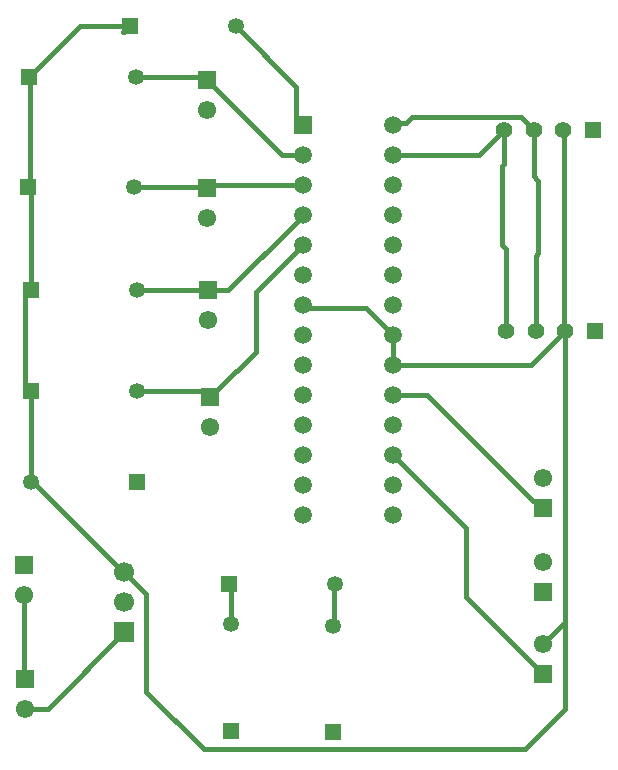
<source format=gtl>
G04*
G04 #@! TF.GenerationSoftware,Altium Limited,Altium Designer,22.1.2 (22)*
G04*
G04 Layer_Physical_Order=1*
G04 Layer_Color=255*
%FSLAX43Y43*%
%MOMM*%
G71*
G04*
G04 #@! TF.SameCoordinates,C0918504-A1FE-4B7F-BD87-C0AB04C77FA1*
G04*
G04*
G04 #@! TF.FilePolarity,Positive*
G04*
G01*
G75*
%ADD25C,0.381*%
%ADD26R,1.550X1.550*%
%ADD27C,1.550*%
%ADD28R,1.500X1.500*%
%ADD29C,1.500*%
%ADD30R,1.350X1.350*%
%ADD31C,1.350*%
%ADD32C,1.700*%
%ADD33R,1.700X1.700*%
%ADD34R,1.350X1.350*%
%ADD35C,1.400*%
%ADD36R,1.400X1.400*%
D25*
X37035Y55704D02*
X46277D01*
X47371Y54610D01*
X36536Y55205D02*
X37035Y55704D01*
X35433Y54991D02*
X35647Y55205D01*
X36536D01*
X35433Y52070D02*
X35814Y52451D01*
X42712D02*
X44871Y54610D01*
X35814Y52451D02*
X42712D01*
X47371Y50673D02*
Y54610D01*
Y50673D02*
X47752Y50292D01*
X35433Y52070D02*
Y52451D01*
X4644Y59055D02*
X4699Y59000D01*
Y49966D02*
Y59000D01*
X4517Y49784D02*
X4699Y49966D01*
X4318Y32512D02*
Y40568D01*
X4548Y49784D02*
X4771Y49561D01*
Y41021D02*
Y49561D01*
X4517Y49784D02*
X4548D01*
X4318Y40568D02*
X4771Y41021D01*
X4318Y32512D02*
X4771D01*
X4572Y24892D02*
X4771Y25091D01*
Y32512D01*
X4699Y24765D02*
X4771D01*
X4572Y24892D02*
X4699Y24765D01*
X13771Y32512D02*
X19431D01*
X19939Y32004D01*
X19558Y41021D02*
X19812Y40767D01*
X13771Y41021D02*
X19558D01*
X19812Y40767D02*
Y41021D01*
X19177Y49784D02*
X19558Y49403D01*
X13517Y49784D02*
X19177D01*
X19558Y49403D02*
X19685Y49530D01*
Y49657D01*
X19304Y59055D02*
X19431Y59182D01*
X13644Y59055D02*
X19304D01*
X19685Y58801D02*
Y58928D01*
X19431Y59182D02*
X19685Y58928D01*
X8962Y63373D02*
X13153D01*
X4644Y59055D02*
X8962Y63373D01*
X27559Y55245D02*
X28067D01*
X22153Y63373D02*
X27253Y58272D01*
Y55550D02*
X27559Y55245D01*
X27253Y55550D02*
Y58272D01*
X27813Y54991D02*
X28067Y55245D01*
X19685Y58801D02*
X26035Y52451D01*
X27813D01*
X19939Y49911D02*
X27813D01*
X19685Y49657D02*
X19939Y49911D01*
X27447Y47005D02*
Y47356D01*
X21463Y41021D02*
X27447Y47005D01*
X27432Y47371D02*
X27447Y47356D01*
X19812Y41021D02*
X21463D01*
X27432Y47371D02*
X27813D01*
X22136Y34201D02*
X22263D01*
X19939Y32004D02*
X22136Y34201D01*
X22263D02*
X23876Y35814D01*
Y40894D01*
X27813Y44831D01*
X27686Y40132D02*
X27813Y40005D01*
Y39751D02*
Y40005D01*
X35433Y34671D02*
X47117D01*
X50038Y37592D01*
X38354Y32131D02*
X47294Y23191D01*
X35433Y32131D02*
X38354D01*
X35433Y34671D02*
Y37211D01*
X28330Y39537D02*
X28370Y39497D01*
X33147D01*
X35433Y37211D01*
X27813Y39497D02*
X27853Y39537D01*
X28330D01*
X27813Y39497D02*
Y39751D01*
X47752Y22733D02*
Y22987D01*
X47549Y23191D02*
X47752Y22987D01*
X47294Y23191D02*
X47549D01*
X47752Y22733D02*
X47879Y22606D01*
X48133D01*
X35433Y27051D02*
X41598Y20886D01*
Y15044D02*
Y20886D01*
Y15044D02*
X47625Y9017D01*
Y8636D02*
Y9017D01*
X47752Y8509D02*
X48133D01*
X47625Y8636D02*
X47752Y8509D01*
X4191Y8255D02*
Y15240D01*
Y8255D02*
X4318Y8128D01*
X4771Y24765D02*
X4925D01*
X4318Y5588D02*
X6223D01*
X4925Y24765D02*
X12545Y17145D01*
X6223Y5588D02*
X12700Y12065D01*
X12545Y17145D02*
X12700D01*
X14564Y15281D01*
Y6995D02*
Y15281D01*
Y6995D02*
X19400Y2159D01*
X21717Y12755D02*
Y15947D01*
X30353Y12628D02*
X30535D01*
X30444Y12863D02*
Y16038D01*
X30535Y16129D01*
X30444Y12863D02*
X30607Y12700D01*
X30535Y12628D02*
X30607Y12700D01*
X19400Y2159D02*
X46609D01*
X50038Y5588D01*
X48133Y11049D02*
X50038Y12954D01*
Y5588D02*
Y12954D01*
Y37592D01*
X12597Y62889D02*
X12668D01*
X13153Y63373D01*
X44704Y44882D02*
X45038Y44548D01*
Y37592D02*
Y44548D01*
X47538Y37592D02*
Y43973D01*
X47752Y44187D01*
Y50292D01*
X49954Y38063D02*
Y54527D01*
X50038Y37592D02*
Y37713D01*
X49954Y38063D02*
X50171Y37846D01*
X50038Y37713D02*
X50171Y37846D01*
X44704Y44882D02*
Y51562D01*
X44871Y51729D01*
Y54610D01*
X49871D02*
X49954Y54527D01*
D26*
X19939Y32004D02*
D03*
X4191Y17780D02*
D03*
X4318Y8128D02*
D03*
X19685Y58801D02*
D03*
X48133Y8509D02*
D03*
Y15494D02*
D03*
Y22606D02*
D03*
X19812Y41021D02*
D03*
X19685Y49657D02*
D03*
D27*
X19939Y29464D02*
D03*
X4191Y15240D02*
D03*
X4318Y5588D02*
D03*
X19685Y56261D02*
D03*
X48133Y11049D02*
D03*
Y18034D02*
D03*
Y25146D02*
D03*
X19812Y38481D02*
D03*
X19685Y47117D02*
D03*
D28*
X27813Y54991D02*
D03*
D29*
Y52451D02*
D03*
Y49911D02*
D03*
Y47371D02*
D03*
Y44831D02*
D03*
Y42291D02*
D03*
Y39751D02*
D03*
Y37211D02*
D03*
Y34671D02*
D03*
Y32131D02*
D03*
Y29591D02*
D03*
Y27051D02*
D03*
Y24511D02*
D03*
Y21971D02*
D03*
X35433Y54991D02*
D03*
Y52451D02*
D03*
Y49911D02*
D03*
Y47371D02*
D03*
Y44831D02*
D03*
Y42291D02*
D03*
Y39751D02*
D03*
Y37211D02*
D03*
Y34671D02*
D03*
Y32131D02*
D03*
Y29591D02*
D03*
Y27051D02*
D03*
Y24511D02*
D03*
Y21971D02*
D03*
D30*
X13153Y63373D02*
D03*
X13771Y24765D02*
D03*
X4644Y59055D02*
D03*
X21535Y16129D02*
D03*
X4517Y49784D02*
D03*
X4771Y41021D02*
D03*
Y32512D02*
D03*
D31*
X22153Y63373D02*
D03*
X4771Y24765D02*
D03*
X13644Y59055D02*
D03*
X30535Y16129D02*
D03*
X21717Y12755D02*
D03*
X30353Y12628D02*
D03*
X13517Y49784D02*
D03*
X13771Y41021D02*
D03*
Y32512D02*
D03*
D32*
X12700Y17145D02*
D03*
Y14605D02*
D03*
D33*
Y12065D02*
D03*
D34*
X21717Y3755D02*
D03*
X30353Y3628D02*
D03*
D35*
X47538Y37592D02*
D03*
X50038D02*
D03*
X45038D02*
D03*
X47371Y54610D02*
D03*
X49871D02*
D03*
X44871D02*
D03*
D36*
X52538Y37592D02*
D03*
X52371Y54610D02*
D03*
M02*

</source>
